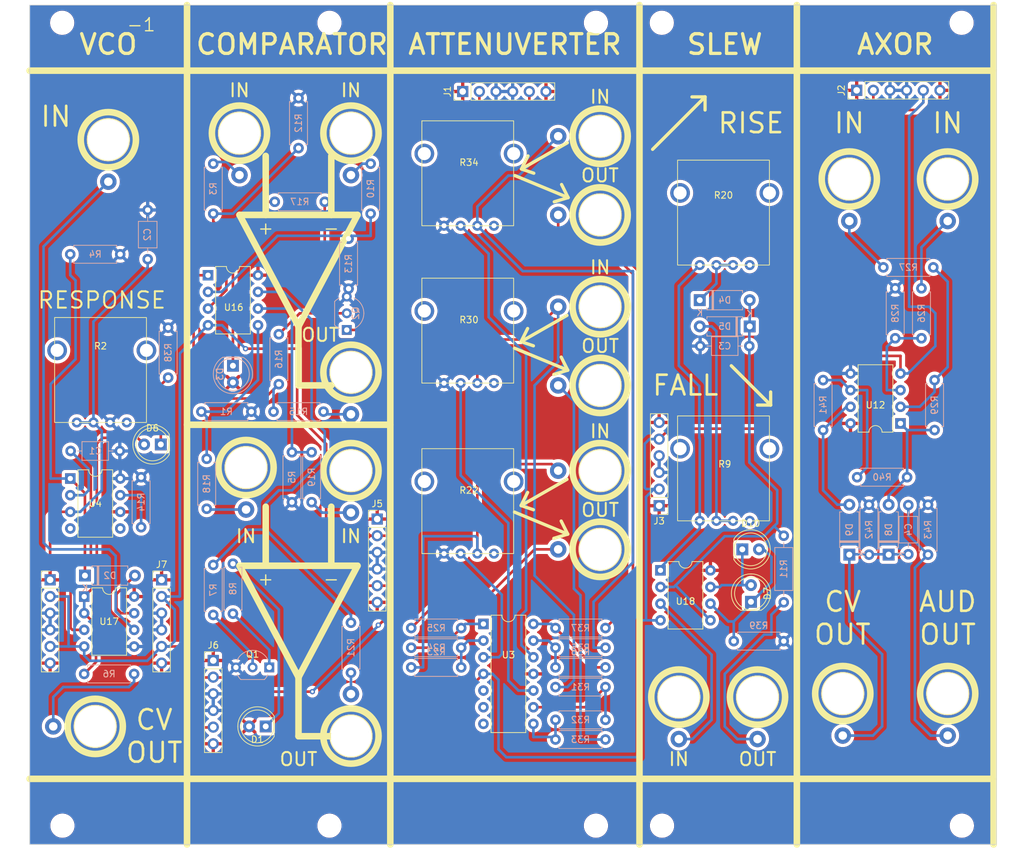
<source format=kicad_pcb>
(kicad_pcb (version 20221018) (generator pcbnew)
  (layers (0 "F.Cu" signal) (31 "B.Cu" signal) (34 "B.Paste" user) (35 "F.Paste" user) (36 "B.SilkS" user "B.Silkscreen") (37 "F.SilkS" user "F.Silkscreen") (38 "B.Mask" user) (39 "F.Mask" user) (44 "Edge.Cuts" user))
  (net 0 "")
  (net 1 "GND")
  (net 2 "Net-(C1-Pad1)")
  (net 3 "Net-(C2-Pad1)")
  (net 4 "Net-(C3-Pad1)")
  (net 5 "+12V")
  (net 6 "Net-(R6-Pad2)")
  (net 7 "Net-(D2-Pad2)")
  (net 8 "Net-(R6-Pad1)")
  (net 9 "Net-(C4-Pad1)")
  (net 10 "Net-(D3-Pad1)")
  (net 11 "Net-(D4-Pad1)")
  (net 12 "Net-(D1-Pad1)")
  (net 13 "Net-(R11-Pad1)")
  (net 14 "Net-(C4-Pad2)")
  (net 17 "Net-(Q2-Pad1)")
  (net 18 "-12V")
  (net 19 "Net-(R1-Pad2)")
  (net 20 "Net-(D2-Pad1)")
  (net 21 "Net-(Q1-Pad1)")
  (net 22 "Net-(Q1-Pad2)")
  (net 23 "Net-(Q2-Pad2)")
  (net 24 "Net-(R12-Pad2)")
  (net 25 "Net-(R3-Pad2)")
  (net 29 "Net-(D5-Pad2)")
  (net 33 "Net-(R10-Pad1)")
  (net 34 "Net-(R10-Pad2)")
  (net 35 "Net-(D7-Pad1)")
  (net 36 "Net-(R15-Pad1)")
  (net 37 "Net-(R15-Pad2)")
  (net 38 "Net-(D7-Pad2)")
  (net 39 "Net-(D8-Pad2)")
  (net 43 "Net-(D9-Pad2)")
  (net 44 "Net-(R21-Pad2)")
  (net 45 "Net-(R19-Pad1)")
  (net 46 "Net-(R20-Pad1)")
  (net 47 "Net-(R22-Pad3)")
  (net 51 "Net-(R14-Pad2)")
  (net 52 "Net-(R18-Pad2)")
  (net 53 "Net-(R25-Pad1)")
  (net 54 "Net-(R19-Pad2)")
  (net 55 "Net-(R30-Pad3)")
  (net 59 "Net-(R21-Pad1)")
  (net 60 "Net-(R22-Pad2)")
  (net 61 "Net-(R33-Pad1)")
  (net 62 "Net-(R23-Pad1)")
  (net 63 "Net-(R34-Pad3)")
  (net 67 "Net-(R24-Pad1)")
  (net 68 "Net-(R26-Pad1)")
  (net 69 "Net-(R37-Pad1)")
  (net 70 "Net-(D6-Pad1)")
  (net 71 "Net-(U17-Pad6)")
  (net 72 "Net-(R26-Pad2)")
  (net 73 "Net-(R27-Pad1)")
  (net 77 "Net-(R27-Pad2)")
  (net 78 "Net-(R30-Pad2)")
  (net 79 "Net-(R31-Pad1)")
  (net 80 "Net-(R32-Pad1)")
  (net 81 "Net-(R34-Pad2)")
  (net 82 "Net-(R35-Pad1)")
  (net 83 "Net-(R36-Pad1)")
  (net 84 "Net-(R40-Pad1)")
  (net 85 "Net-(U18-Pad3)")
  (footprint "Package_DIP:DIP-8_W7.62mm" (layer "F.Cu") (at 64.2 120.2)
    (fp_text reference "U17")
    (fp_text value "TL072")
  )
  (footprint "Library:aux_flush" (layer "F.Cu") (at 88.88 100.53035 90)
    (fp_text reference "U10" hide)
    (fp_text value "Aux_flush")
  )
  (footprint "Library:aux_flush" (layer "F.Cu") (at 142.88 50)
    (fp_text reference "U24" hide)
    (fp_text value "Aux_flush")
  )
  (footprint "MountingHole:MountingHole_3.2mm_M3" (layer "F.Cu") (at 101.6 155.14)
    (fp_text reference "REF**" hide)
    (fp_text value "MountingHole_3.2mm_M3")
  )
  (footprint "Library:aux_flush" (layer "F.Cu") (at 166.88 135.530351 90)
    (fp_text reference "U7" hide)
    (fp_text value "Aux_flush")
  )
  (footprint "MountingHole:MountingHole_3.2mm_M3" (layer "F.Cu") (at 60.84 32.7)
    (fp_text reference "REF**" hide)
    (fp_text value "MountingHole_3.2mm_M3")
  )
  (footprint "Package_DIP:DIP-8_W7.62mm" (layer "F.Cu") (at 152.08 116.2)
    (fp_text reference "U18")
    (fp_text value "TL072")
  )
  (footprint "Library:aux_flush" (layer "F.Cu") (at 180.88 56.530351 90)
    (fp_text reference "U20" hide)
    (fp_text value "Aux_flush")
  )
  (footprint "LED_THT:LED_D5.0mm" (layer "F.Cu") (at 164.559996 113)
    (fp_text reference "D10")
    (fp_text value "LED")
  )
  (footprint "pretties:AlpsPot" (layer "F.Cu") (at 63.07 93.649)
    (fp_text reference "R2")
    (fp_text value "AlpsPot")
  )
  (footprint "Library:aux_flush" (layer "F.Cu") (at 142.88 113)
    (fp_text reference "U19" hide)
    (fp_text value "Aux_flush")
  )
  (footprint "Library:aux_flush" (layer "F.Cu") (at 104.88 101 90)
    (fp_text reference "U1" hide)
    (fp_text value "Aux_flush")
  )
  (footprint "pretties:AlpsPot" (layer "F.Cu") (at 119.07 63.649)
    (fp_text reference "R34")
    (fp_text value "AlpsPot")
  )
  (footprint "MountingHole:MountingHole_3.2mm_M3" (layer "F.Cu") (at 198 32.7)
    (fp_text reference "REF**" hide)
    (fp_text value "MountingHole_3.2mm_M3")
  )
  (footprint "Connector_PinHeader_2.54mm:PinHeader_1x06_P2.54mm_Vertical" (layer "F.Cu") (at 121.92 43.18 90)
    (fp_text reference "J1")
    (fp_text value "Conn_01x06_Male")
  )
  (footprint "Library:aux_flush" (layer "F.Cu") (at 87.88 49.530351 90)
    (fp_text reference "U9" hide)
    (fp_text value "Aux_flush")
  )
  (footprint "Package_DIP:DIP-8_W7.62mm" (layer "F.Cu") (at 62.08 102.2)
    (fp_text reference "U4")
    (fp_text value "LM2907")
  )
  (footprint "Library:aux_flush" (layer "F.Cu") (at 67.88 50.53035 90)
    (fp_text reference "U2" hide)
    (fp_text value "Aux_flush")
  )
  (footprint "pretties:AlpsPot" (layer "F.Cu") (at 158.07 108.649)
    (fp_text reference "R9")
    (fp_text value "AlpsPot")
  )
  (footprint "MountingHole:MountingHole_3.2mm_M3" (layer "F.Cu") (at 101.6 32.7)
    (fp_text reference "REF**" hide)
    (fp_text value "MountingHole_3.2mm_M3")
  )
  (footprint "LED_THT:LED_D5.0mm" (layer "F.Cu") (at 91.88 140 180)
    (fp_text reference "D1")
    (fp_text value "LED")
  )
  (footprint "Connector_PinHeader_2.54mm:PinHeader_1x06_P2.54mm_Vertical" (layer "F.Cu") (at 151.88 106.35 180)
    (fp_text reference "J3")
    (fp_text value "Conn_01x06_Male")
  )
  (footprint "Library:aux_flush" (layer "F.Cu") (at 104.88 141.46965 -90)
    (fp_text reference "U11" hide)
    (fp_text value "Aux_flush")
  )
  (footprint "Package_DIP:DIP-8_W7.62mm" (layer "F.Cu") (at 83.08 71.2)
    (fp_text reference "U16")
    (fp_text value "TL072")
  )
  (footprint "Connector_PinHeader_2.54mm:PinHeader_1x06_P2.54mm_Vertical" (layer "F.Cu") (at 108.88 108.38)
    (fp_text reference "J5")
    (fp_text value "Conn_01x06_Male")
  )
  (footprint "Library:aux_flush" (layer "F.Cu") (at 142.88 88)
    (fp_text reference "U23" hide)
    (fp_text value "Aux_flush")
  )
  (footprint "Library:aux_flush" (layer "F.Cu") (at 142.88 101)
    (fp_text reference "U13" hide)
    (fp_text value "Aux_flush")
  )
  (footprint "Connector_PinHeader_2.54mm:PinHeader_1x06_P2.54mm_Vertical" (layer "F.Cu") (at 59 117.65)
    (fp_text reference "J4" hide)
    (fp_text value "Conn_01x06_Male")
  )
  (footprint "MountingHole:MountingHole_3.2mm_M3" (layer "F.Cu") (at 142.24 32.7)
    (fp_text reference "REF**" hide)
    (fp_text value "MountingHole_3.2mm_M3")
  )
  (footprint "Package_DIP:DIP-8_W7.62mm" (layer "F.Cu") (at 188.68 93.8 180)
    (fp_text reference "U12")
    (fp_text value "TL072")
  )
  (footprint "Connector_PinHeader_2.54mm:PinHeader_1x06_P2.54mm_Vertical" (layer "F.Cu") (at 76 117.65)
    (fp_text reference "J7")
    (fp_text value "Conn_01x06_Male")
  )
  (footprint "pretties:AlpsPot" (layer "F.Cu") (at 119.07 87.649)
    (fp_text reference "R30")
    (fp_text value "AlpsPot")
  )
  (footprint "pretties:AlpsPot" (layer "F.Cu") (at 158.07 69.649)
    (fp_text reference "R20")
    (fp_text value "AlpsPot")
  )
  (footprint "Library:aux_flush" (layer "F.Cu") (at 195.88 56.530351 90)
    (fp_text reference "U15" hide)
    (fp_text value "Aux_flush")
  )
  (footprint "Library:aux_flush" (layer "F.Cu") (at 179.88 135 90)
    (fp_text reference "U21" hide)
    (fp_text value "Aux_flush")
  )
  (footprint "Package_DIP:DIP-14_W7.62mm" (layer "F.Cu") (at 125.08 124.375)
    (fp_text reference "U3")
    (fp_text value "TL074")
  )
  (footprint "Library:aux_flush" (layer "F.Cu") (at 65.88 140)
    (fp_text reference "U5" hide)
    (fp_text value "Aux_flush")
  )
  (footprint "MountingHole:MountingHole_3.2mm_M3" (layer "F.Cu") (at 198.04 155.14)
    (fp_text reference "REF**" hide)
    (fp_text value "MountingHole_3.2mm_M3")
  )
  (footprint "MountingHole:MountingHole_3.2mm_M3" (layer "F.Cu") (at 142.24 155.14)
    (fp_text reference "REF**" hide)
    (fp_text value "MountingHole_3.2mm_M3")
  )
  (footprint "LED_THT:LED_D5.0mm" (layer "F.Cu") (at 165.88 121 90)
    (fp_text reference "D7")
    (fp_text value "LED")
  )
  (footprint "Library:aux_flush" (layer "F.Cu") (at 142.88 62)
    (fp_text reference "U25" hide)
    (fp_text value "Aux_flush")
  )
  (footprint "Library:aux_flush" (layer "F.Cu") (at 154.88 135.53035 90)
    (fp_text reference "U6" hide)
    (fp_text value "Aux_flush")
  )
  (footprint "pretties:AlpsPot" (layer "F.Cu") (at 119.07 113.649)
    (fp_text reference "R22")
    (fp_text value "AlpsPot")
  )
  (footprint "MountingHole:MountingHole_3.2mm_M3" (layer "F.Cu") (at 60.88 155.14)
    (fp_text reference "REF**" hide)
    (fp_text value "MountingHole_3.2mm_M3")
  )
  (footprint "MountingHole:MountingHole_3.2mm_M3" (layer "F.Cu") (at 152.32 155.14)
    (fp_text reference "REF**" hide)
    (fp_text value "MountingHole_3.2mm_M3")
  )
  (footprint "LED_THT:LED_D5.0mm" (layer "F.Cu") (at 75.88 97 180)
    (fp_text reference "D6")
    (fp_text value "LED")
  )
  (footprint "Connector_PinHeader_2.54mm:PinHeader_1x06_P2.54mm_Vertical" (layer "F.Cu") (at 83.88 129.95)
    (fp_text reference "J6")
    (fp_text value "Conn_01x06_Male")
  )
  (footprint "Connector_PinHeader_2.54mm:PinHeader_1x06_P2.54mm_Vertical" (layer "F.Cu") (at 182 43 90)
    (fp_text reference "J2")
    (fp_text value "Conn_01x06_Male")
  )
  (footprint "MountingHole:MountingHole_3.2mm_M3" (layer "F.Cu") (at 152.28 32.7)
    (fp_text reference "REF**" hide)
    (fp_text value "MountingHole_3.2mm_M3")
  )
  (footprint "Library:aux_flush" (layer "F.Cu") (at 142.88 76)
    (fp_text reference "U22" hide)
    (fp_text value "Aux_flush")
  )
  (footprint "Library:aux_flush" (layer "F.Cu") (at 104.88 49.530351 90)
    (fp_text reference "U8" hide)
    (fp_text value "Aux_flush")
  )
  (footprint "Library:aux_flush" (layer "F.Cu") (at 104.88 86 90)
    (fp_text reference "U14" hide)
    (fp_text value "Aux_flush")
  )
  (footprint "Library:aux_flush" (layer "F.Cu") (at 195.88 135 90)
    (fp_text reference "U26" hide)
    (fp_text value "Aux_flush")
  )
  (footprint "Resistor_THT:R_Axial_DIN0207_L6.3mm_D2.5mm_P7.62mm_Horizontal" (layer "B.Cu") (at 193.69 70 180)
    (fp_text reference "R27")
    (fp_text value "R")
  )
  (footprint "Resistor_THT:R_Axial_DIN0207_L6.3mm_D2.5mm_P7.62mm_Horizontal" (layer "B.Cu") (at 98.88 98.19 -90)
    (fp_text reference "R19")
    (fp_text value "R")
  )
  (footprint "Resistor_THT:R_Axial_DIN0207_L6.3mm_D2.5mm_P7.62mm_Horizontal" (layer "B.Cu") (at 182.07 102)
    (fp_text reference "R40")
    (fp_text value "R")
  )
  (footprint "Capacitor_THT:C_Axial_L3.8mm_D2.6mm_P7.50mm_Horizontal" (layer "B.Cu") (at 73.88 68.75 90)
    (fp_text reference "C2")
    (fp_text value "C")
  )
  (footprint "Resistor_THT:R_Axial_DIN0207_L6.3mm_D2.5mm_P7.62mm_Horizontal" (layer "B.Cu") (at 71.81 132 180)
    (fp_text reference "R6")
    (fp_text value "R")
  )
  (footprint "Resistor_THT:R_Axial_DIN0207_L6.3mm_D2.5mm_P7.62mm_Horizontal" (layer "B.Cu") (at 104.88 131.81 90)
    (fp_text reference "R21")
    (fp_text value "R")
  )
  (footprint "Resistor_THT:R_Axial_DIN0207_L6.3mm_D2.5mm_P7.62mm_Horizontal" (layer "B.Cu") (at 96.88 44.19 -90)
    (fp_text reference "R12")
    (fp_text value "R")
  )
  (footprint "Resistor_THT:R_Axial_DIN0207_L6.3mm_D2.5mm_P7.62mm_Horizontal" (layer "B.Cu") (at 121.69 131 180)
    (fp_text reference "R23")
    (fp_text value "R")
  )
  (footprint "Diode_THT:D_A-405_P7.62mm_Horizontal" (layer "B.Cu") (at 180.88 113.81 90)
    (fp_text reference "D9")
    (fp_text value "D")
  )
  (footprint "Resistor_THT:R_Axial_DIN0207_L6.3mm_D2.5mm_P7.62mm_Horizontal" (layer "B.Cu") (at 143.69 131 180)
    (fp_text reference "R36")
    (fp_text value "R")
  )
  (footprint "Resistor_THT:R_Axial_DIN0207_L6.3mm_D2.5mm_P7.62mm_Horizontal" (layer "B.Cu") (at 83.88 123 90)
    (fp_text reference "R7")
    (fp_text value "R")
  )
  (footprint "Capacitor_THT:C_Axial_L3.8mm_D2.6mm_P7.50mm_Horizontal" (layer "B.Cu") (at 165.63 82 180)
    (fp_text reference "C3")
    (fp_text value "C")
  )
  (footprint "Resistor_THT:R_Axial_DIN0207_L6.3mm_D2.5mm_P7.62mm_Horizontal" (layer "B.Cu") (at 95.88 105.81 90)
    (fp_text reference "R5")
    (fp_text value "R")
  )
  (footprint "Resistor_THT:R_Axial_DIN0207_L6.3mm_D2.5mm_P7.62mm_Horizontal" (layer "B.Cu") (at 176.88 94.81 90)
    (fp_text reference "R41")
    (fp_text value "R")
  )
  (footprint "Resistor_THT:R_Axial_DIN0207_L6.3mm_D2.5mm_P7.62mm_Horizontal" (layer "B.Cu") (at 100.88 60 180)
    (fp_text reference "R17")
    (fp_text value "R")
  )
  (footprint "Package_TO_SOT_THT:TO-92_Inline_Wide" (layer "B.Cu") (at 92.42 131 180)
    (fp_text reference "Q1")
    (fp_text value "BC547")
  )
  (footprint "Resistor_THT:R_Axial_DIN0207_L6.3mm_D2.5mm_P7.62mm_Horizontal" (layer "B.Cu") (at 193.88 94.81 90)
    (fp_text reference "R29")
    (fp_text value "R")
  )
  (footprint "Resistor_THT:R_Axial_DIN0207_L6.3mm_D2.5mm_P7.62mm_Horizontal" (layer "B.Cu") (at 143.69 142 180)
    (fp_text reference "R33")
    (fp_text value "R")
  )
  (footprint "Diode_THT:D_A-405_P7.62mm_Horizontal" (layer "B.Cu") (at 186.88 113.81 90)
    (fp_text reference "D8")
    (fp_text value "D")
  )
  (footprint "Resistor_THT:R_Axial_DIN0207_L6.3mm_D2.5mm_P7.62mm_Horizontal" (layer "B.Cu") (at 86.88 122.81 90)
    (fp_text reference "R8")
    (fp_text value "R")
  )
  (footprint "Resistor_THT:R_Axial_DIN0207_L6.3mm_D2.5mm_P7.62mm_Horizontal" (layer "B.Cu") (at 93.88 80.19 -90)
    (fp_text reference "R16")
    (fp_text value "R")
  )
  (footprint "Capacitor_THT:C_Axial_L3.8mm_D2.6mm_P7.50mm_Horizontal" (layer "B.Cu") (at 189.88 113.75 90)
    (fp_text reference "C4")
    (fp_text value "C")
  )
  (footprint "Resistor_THT:R_Axial_DIN0207_L6.3mm_D2.5mm_P7.62mm_Horizontal" (layer "B.Cu") (at 83.88 61.81 90)
    (fp_text reference "R3")
    (fp_text value "R")
  )
  (footprint "Resistor_THT:R_Axial_DIN0207_L6.3mm_D2.5mm_P7.62mm_Horizontal" (layer "B.Cu") (at 82.88 99.19 -90)
    (fp_text reference "R18")
    (fp_text value "R")
  )
  (footprint "Resistor_THT:R_Axial_DIN0207_L6.3mm_D2.5mm_P7.62mm_Horizontal" (layer "B.Cu") (at 107.88 61.81 90)
    (fp_text reference "R10")
    (fp_text value "R")
  )
  (footprint "Resistor_THT:R_Axial_DIN0207_L6.3mm_D2.5mm_P7.62mm_Horizontal" (layer "B.Cu") (at 187.88 73.19 -90)
    (fp_text reference "R28")
    (fp_text value "R")
  )
  (footprint "Resistor_THT:R_Axial_DIN0207_L6.3mm_D2.5mm_P7.62mm_Horizontal" (layer "B.Cu") (at 192.88 106.19 -90)
    (fp_text reference "R43")
    (fp_text value "R")
  )
  (footprint "Diode_THT:D_A-405_P7.62mm_Horizontal" (layer "B.Cu") (at 165.69 79 180)
    (fp_text reference "D5")
    (fp_text value "D")
  )
  (footprint "Resistor_THT:R_Axial_DIN0207_L6.3mm_D2.5mm_P7.62mm_Horizontal" (layer "B.Cu") (at 89.69 92 180)
    (fp_text reference "R1")
    (fp_text value "R")
  )
  (footprint "Diode_THT:D_A-405_P7.62mm_Horizontal" (layer "B.Cu") (at 158.07 75)
    (fp_text reference "D4")
    (fp_text value "D")
  )
  (footprint "Resistor_THT:R_Axial_DIN0207_L6.3mm_D2.5mm_P10.16mm_Horizontal" (layer "B.Cu") (at 170.88 121.08 90)
    (fp_text reference "R11")
    (fp_text value "R")
  )
  (footprint "Resistor_THT:R_Axial_DIN0207_L6.3mm_D2.5mm_P7.62mm_Horizontal" (layer "B.Cu") (at 72.88 102 -90)
    (fp_text reference "R14")
    (fp_text value "R")
  )
  (footprint "Resistor_THT:R_Axial_DIN0207_L6.3mm_D2.5mm_P7.62mm_Horizontal" (layer "B.Cu") (at 114.07 128)
    (fp_text reference "R24")
    (fp_text value "R")
  )
  (footprint "Resistor_THT:R_Axial_DIN0207_L6.3mm_D2.5mm_P7.62mm_Horizontal" (layer "B.Cu") (at 136.07 128)
    (fp_text reference "R35")
    (fp_text value "R")
  )
  (footprint "Resistor_THT:R_Axial_DIN0207_L6.3mm_D2.5mm_P7.62mm_Horizontal" (layer "B.Cu") (at 104.513367 73.245168 90)
    (fp_text reference "R13")
    (fp_text value "R")
  )
  (footprint "LED_THT:LED_D5.0mm" (layer "B.Cu") (at 86.88 85 -90)
    (fp_text reference "D3")
    (fp_text value "LED")
  )
  (footprint "Package_TO_SOT_THT:TO-92_Inline_Wide" (layer "B.Cu") (at 104.24 79.54 90)
    (fp_text reference "Q2")
    (fp_text value "BC547")
  )
  (footprint "Resistor_THT:R_Axial_DIN0207_L6.3mm_D2.5mm_P7.62mm_Horizontal" (layer "B.Cu") (at 170.88 127 180)
    (fp_text reference "R39")
    (fp_text value "R")
  )
  (footprint "Resistor_THT:R_Axial_DIN0207_L6.3mm_D2.5mm_P7.62mm_Horizontal" (layer "B.Cu") (at 114.07 125)
    (fp_text reference "R25")
    (fp_text value "R")
  )
  (footprint "Resistor_THT:R_Axial_DIN0207_L6.3mm_D2.5mm_P7.62mm_Horizontal" (layer "B.Cu") (at 183.88 106.19 -90)
    (fp_text reference "R42")
    (fp_text value "R")
  )
  (footprint "Resistor_THT:R_Axial_DIN0207_L6.3mm_D2.5mm_P7.62mm_Horizontal" (layer "B.Cu") (at 100.69 92 180)
    (fp_text reference "R15")
    (fp_text value "R")
  )
  (footprint "Resistor_THT:R_Axial_DIN0207_L6.3mm_D2.5mm_P7.62mm_Horizontal" (layer "B.Cu") (at 77 79.19 -90)
    (fp_text reference "R38")
    (fp_text value "R")
  )
  (footprint "Resistor_THT:R_Axial_DIN0207_L6.3mm_D2.5mm_P7.62mm_Horizontal" (layer "B.Cu") (at 69.69 68 180)
    (fp_text reference "R4")
    (fp_text value "R")
  )
  (footprint "Capacitor_THT:C_Axial_L3.8mm_D2.6mm_P7.50mm_Horizontal" (layer "B.Cu") (at 62.13 98)
    (fp_text reference "C1")
    (fp_text value "C")
  )
  (footprint "Resistor_THT:R_Axial_DIN0207_L6.3mm_D2.5mm_P7.62mm_Horizontal" (layer "B.Cu") (at 191.88 80.81 90)
    (fp_text reference "R26")
    (fp_text value "R")
  )
  (footprint "Resistor_THT:R_Axial_DIN0207_L6.3mm_D2.5mm_P7.62mm_Horizontal" (layer "B.Cu") (at 136.07 139)
    (fp_text reference "R32")
    (fp_text value "R")
  )
  (footprint "Diode_THT:D_A-405_P7.62mm_Horizontal" (layer "B.Cu") (at 64.31 117)
    (fp_text reference "D2")
    (fp_text value "D")
  )
  (footprint "Resistor_THT:R_Axial_DIN0207_L6.3mm_D2.5mm_P7.62mm_Horizontal" (layer "B.Cu") (at 143.69 134 180)
    (fp_text reference "R31")
    (fp_text value "R")
  )
  (footprint "Resistor_THT:R_Axial_DIN0207_L6.3mm_D2.5mm_P7.62mm_Horizontal" (layer "B.Cu") (at 143.69 125 180)
    (fp_text reference "R37")
    (fp_text value "R")
  )
  (gr_line (start 96.88 79) (end 87.88 62) (stroke (width 1)) (layer "F.SilkS"))
  (gr_line (start 130.82123 81.320694) (end 131.82123 79.320694) (stroke (width 0.5)) (layer "F.SilkS"))
  (gr_line (start 101.88 106.5) (end 101.88 115.5) (stroke (width 1)) (layer "F.SilkS"))
  (gr_line (start 136.938771 83.679306) (end 137.938771 85.679306) (stroke (width 0.5)) (layer "F.SilkS"))
  (gr_line (start 110.88 30) (end 110.88 158) (stroke (width 1)) (layer "F.SilkS"))
  (gr_line (start 158.88 44) (end 158.88 46) (stroke (width 0.5)) (layer "F.SilkS"))
  (gr_line (start 135.82123 86.320694) (end 137.938771 85.679306) (stroke (width 0.5)) (layer "F.SilkS"))
  (gr_line (start 96.88 141.5) (end 96.88 132.5) (stroke (width 1)) (layer "F.SilkS"))
  (gr_line (start 91.88 106.5) (end 91.88 115.5) (stroke (width 1)) (layer "F.SilkS"))
  (gr_line (start 79.88 94) (end 110.88 94) (stroke (width 1)) (layer "F.SilkS"))
  (gr_line (start 135.82123 111.320694) (end 137.938771 110.679306) (stroke (width 0.5)) (layer "F.SilkS"))
  (gr_line (start 105.88 62) (end 96.88 79) (stroke (width 1)) (layer "F.SilkS"))
  (gr_line (start 158.88 44) (end 156.88 44) (stroke (width 0.5)) (layer "F.SilkS"))
  (gr_line (start 130.82123 81.320694) (end 132.703689 81.962082) (stroke (width 0.5)) (layer "F.SilkS"))
  (gr_line (start 137.997541 59.358612) (end 129.88 56) (stroke (width 0.5)) (layer "F.SilkS"))
  (gr_line (start 101.88 88) (end 96.88 88) (stroke (width 1)) (layer "F.SilkS"))
  (gr_line (start 136.997541 57.358612) (end 137.997541 59.358612) (stroke (width 0.5)) (layer "F.SilkS"))
  (gr_line (start 202.88 30) (end 202.88 158) (stroke (width 1)) (layer "F.SilkS"))
  (gr_line (start 79.88 30) (end 79.88 158) (stroke (width 1)) (layer "F.SilkS"))
  (gr_line (start 91.88 53) (end 91.88 62) (stroke (width 1)) (layer "F.SilkS"))
  (gr_line (start 101.88 53) (end 101.88 62) (stroke (width 1)) (layer "F.SilkS"))
  (gr_line (start 136.938771 108.679306) (end 137.938771 110.679306) (stroke (width 0.5)) (layer "F.SilkS"))
  (gr_line (start 135.88 60) (end 137.997541 59.358612) (stroke (width 0.5)) (layer "F.SilkS"))
  (gr_line (start 162.88 85) (end 168.88 91) (stroke (width 0.5)) (layer "F.SilkS"))
  (gr_line (start 130.82123 106.320694) (end 132.703689 106.962082) (stroke (width 0.5)) (layer "F.SilkS"))
  (gr_line (start 137.938771 85.679306) (end 129.82123 82.320694) (stroke (width 0.5)) (layer "F.SilkS"))
  (gr_line (start 105.88 115.5) (end 96.88 132.5) (stroke (width 1)) (layer "F.SilkS"))
  (gr_line (start 137.82123 77.320694) (end 130.82123 81.320694) (stroke (width 0.5)) (layer "F.SilkS"))
  (gr_line (start 87.88 115.5) (end 105.88 115.5) (stroke (width 1)) (layer "F.SilkS"))
  (gr_line (start 168.88 91) (end 166.88 91) (stroke (width 0.5)) (layer "F.SilkS"))
  (gr_line (start 96.88 88) (end 96.88 79) (stroke (width 1)) (layer "F.SilkS"))
  (gr_line (start 87.88 62) (end 105.88 62) (stroke (width 1)) (layer "F.SilkS"))
  (gr_line (start 137.88 51) (end 130.88 55) (stroke (width 0.5)) (layer "F.SilkS"))
  (gr_line (start 172.88 30) (end 172.88 158) (stroke (width 1)) (layer "F.SilkS"))
  (gr_line (start 55.88 148) (end 202.88 148) (stroke (width 1)) (layer "F.SilkS"))
  (gr_line (start 130.88 55) (end 131.88 53) (stroke (width 0.5)) (layer "F.SilkS"))
  (gr_line (start 150.88 52) (end 158.88 44) (stroke (width 0.5)) (layer "F.SilkS"))
  (gr_line (start 101.88 141.5) (end 96.88 141.5) (stroke (width 1)) (layer "F.SilkS"))
  (gr_line (start 168.88 91) (end 168.88 89) (stroke (width 0.5)) (layer "F.SilkS"))
  (gr_line (start 137.82123 102.320694) (end 130.82123 106.320694) (stroke (width 0.5)) (layer "F.SilkS"))
  (gr_line (start 137.938771 110.679306) (end 129.82123 107.320694) (stroke (width 0.5)) (layer "F.SilkS"))
  (gr_line (start 130.82123 106.320694) (end 131.82123 104.320694) (stroke (width 0.5)) (layer "F.SilkS"))
  (gr_line (start 55.88 40) (end 202.88 40) (stroke (width 1)) (layer "F.SilkS"))
  (gr_line (start 130.88 55) (end 132.762459 55.641388) (stroke (width 0.5)) (layer "F.SilkS"))
  (gr_line (start 96.88 132.5) (end 87.88 115.5) (stroke (width 1)) (layer "F.SilkS"))
  (gr_line (start 148.88 30) (end 148.88 158) (stroke (width 1)) (layer "F.SilkS"))
  (gr_rect (start 55.88 30) (end 203.28 158) (stroke (width 0.1)) (fill none) (layer "Edge.Cuts"))
  (gr_text "RISE" (at 165.88 48) (layer "F.SilkS") (effects (font (size 3 3) (thickness 0.4))))
  (gr_text "OUT" (at 74.88 144) (layer "F.SilkS") (effects (font (size 3 3) (thickness 0.4))))
  (gr_text "ATTENUVERTER\n" (at 129.88 36) (layer "F.SilkS") (effects (font (size 3 3) (thickness 0.5))))
  (gr_text "-" (at 101.88 64) (layer "F.SilkS") (effects (font (size 2 2) (thickness 0.2))))
  (gr_text "COMPARATOR" (at 95.88 36) (layer "F.SilkS") (effects (font (size 3 3) (thickness 0.5))))
  (gr_text "OUT" (at 142.88 82) (layer "F.SilkS") (effects (font (size 2 2) (thickness 0.3))))
  (gr_text "OUT" (at 96.88 145) (layer "F.SilkS") (effects (font (size 2 2) (thickness 0.3))))
  (gr_text "IN" (at 88.88 111) (layer "F.SilkS") (effects (font (size 2 2) (thickness 0.3))))
  (gr_text "IN" (at 142.88 44) (layer "F.SilkS") (effects (font (size 2 2) (thickness 0.3))))
  (gr_text "AXOR" (at 187.88 36) (layer "F.SilkS") (effects (font (size 3 3) (thickness 0.5))))
  (gr_text "IN" (at 142.88 95) (layer "F.SilkS") (effects (font (size 2 2) (thickness 0.3))))
  (gr_text "OUT" (at 142.88 107) (layer "F.SilkS") (effects (font (size 2 2) (thickness 0.3))))
  (gr_text "AUD" (at 195.88 121) (layer "F.SilkS") (effects (font (size 3 3) (thickness 0.4))))
  (gr_text "OUT\n" (at 195.88 126) (layer "F.SilkS") (effects (font (size 3 3) (thickness 0.4))))
  (gr_text "IN" (at 195.88 48) (layer "F.SilkS") (effects (font (size 3 3) (thickness 0.4))))
  (gr_text "OUT\n" (at 179.822119 125.993571) (layer "F.SilkS") (effects (font (size 3 3) (thickness 0.4))))
  (gr_text "IN" (at 104.88 111) (layer "F.SilkS") (effects (font (size 2 2) (thickness 0.3))))
  (gr_text "RESPONSE" (at 66.88 75) (layer "F.SilkS") (effects (font (size 2.5 2.5) (thickness 0.3))))
  (gr_text "OUT" (at 100.2 80.3) (layer "F.SilkS") (effects (font (size 2 2) (thickness 0.3))))
  (gr_text "CV" (at 179.88 121) (layer "F.SilkS") (effects (font (size 3 3) (thickness 0.4))))
  (gr_text "IN\n" (at 59.88 47) (layer "F.SilkS") (effects (font (size 3 3) (thickness 0.4))))
  (gr_text "+\n" (at 91.88 64) (layer "F.SilkS") (effects (font (size 2 2) (thickness 0.2))))
  (gr_text "OUT" (at 142.841689 55.981221) (layer "F.SilkS") (effects (font (size 2 2) (thickness 0.3))))
  (gr_text "FALL\n" (at 155.88 88) (layer "F.SilkS") (effects (font (size 3 3) (thickness 0.4))))
  (gr_text "IN" (at 142.88 70) (layer "F.SilkS") (effects (font (size 2 2) (thickness 0.3))))
  (gr_text "-1" (at 72.88 33) (layer "F.SilkS") (effects (font (size 2 2) (thickness 0.2))))
  (gr_text "IN" (at 87.88 43) (layer "F.SilkS") (effects (font (size 2 2) (thickness 0.3))))
  (gr_text "-" (at 101.88 117.5) (layer "F.SilkS") (effects (font (size 2 2) (thickness 0.2))))
  (gr_text "OUT" (at 166.88 145) (layer "F.SilkS") (effects (font (size 2 2) (thickness 0.3))))
  (gr_text "VCO" (at 67.88 36) (layer "F.SilkS") (effects (font (size 3 3) (thickness 0.5))))
  (gr_text "IN" (at 180.88 48) (layer "F.SilkS") (effects (font (size 3 3) (thickness 0.4))))
  (gr_text "IN" (at 154.88 145) (layer "F.SilkS") (effects (font (size 2 2) (thickness 0.3))))
  (gr_text "IN" (at 104.88 43) (layer "F.SilkS") (effects (font (size 2 2) (thickness 0.3))))
  (gr_text "SLEW" (at 161.88 36) (layer "F.SilkS") (effects (font (size 3 3) (thickness 0.5))))
  (gr_text "CV" (at 74.88 139) (layer "F.SilkS") (effects (font (size 3 3) (thickness 0.4))))
  (gr_text "+\n" (at 91.88 117.5) (layer "F.SilkS") (effects (font (size 2 2) (thickness 0.2))))
  (segment (start 64.88 100.75) (end 62.13 98) (width 0.4) (layer "B.Cu") (net 2))
  (segment (start 64.88 104) (end 64.88 100.75) (width 0.4) (layer "B.Cu") (net 2))
  (segment (start 64.14 104.74) (end 64.88 104) (width 0.4) (layer "B.Cu") (net 2))
  (segment (start 62.08 104.74) (end 64.14 104.74) (width 0.4) (layer "B.Cu") (net 2))
  (segment (start 59.72 107.28) (end 59 108) (width 0.4) (layer "F.Cu") (net 3))
  (segment (start 59 113.88) (end 62.12 117) (width 0.4) (layer "F.Cu") (net 3))
  (segment (start 59 108) (end 59 113.88) (width 0.4) (layer "F.Cu") (net 3))
  (segment (start 62.4 125.28) (end 64.2 125.28) (width 0.4) (layer "F.Cu") (net 3))
  (segment (start 62.08 107.28) (end 59.72 107.28) (width 0.4) (layer "F.Cu") (net 3))
  (segment (start 62.12 117) (end 62.12 125) (width 0.4) (layer "F.Cu") (net 3))
  (segment (start 62.12 125) (end 62.4 125.28) (width 0.4) (layer "F.Cu") (net 3))
  (segment (start 73.88 70) (end 65.61 78.27) (width 0.4) (layer "B.Cu") (net 3))
  (segment (start 63.07 93.649) (end 65.61 93.649) (width 0.4) (layer "B.Cu") (net 3))
  (segment (start 66.88 94.919) (end 65.61 93.649) (width 0.4) (layer "B.Cu") (net 3))
  (segment (start 73.88 68.75) (end 73.88 70) (width 0.4) (layer "B.Cu") (net 3))
  (segment (start 63.6 107.28) (end 66.88 104) (width 0.4) (layer "B.Cu") (net 3))
  (segment (start 66.88 104) (end 66.88 94.919) (width 0.4) (layer "B.Cu") (net 3))
  (segment (start 62.08 107.28) (end 63.6 107.28) (width 0.4) (layer "B.Cu") (net 3))
  (segment (start 65.61 78.27) (end 65.61 93.649) (width 0.4) (layer "B.Cu") (net 3))
  (segment (start 167.88 111) (end 169.38 109.5) (width 0.4) (layer "B.Cu") (net 4))
  (segment (start 154.38 118.5) (end 161.88 111) (width 0.4) (layer "B.Cu") (net 4))
  (segment (start 161.88 111) (end 167.88 111) (width 0.4) (layer "B.Cu") (net 4))
  (segment (start 169.88 109) (end 169.38 109.5) (width 0.4) (layer "B.Cu") (net 4))
  (segment (start 165.69 75) (end 165.69 79) (width 0.4) (layer "B.Cu") (net 4))
  (segment (start 165.63 79.06) (end 165.69 79) (width 0.4) (layer "B.Cu") (net 4))
  (segment (start 165.63 82) (end 165.63 99.75) (width 0.4) (layer "B.Cu") (net 4))
  (segment (start 154.14 118.74) (end 152.08 118.74) (width 0.4) (layer "B.Cu") (net 4))
  (segment (start 170.88 110.92) (end 169.46 109.5) (width 0.4) (layer "B.Cu") (net 4))
  (segment (start 165.63 82) (end 165.63 79.06) (width 0.4) (layer "B.Cu") (net 4))
  (segment (start 165.63 99.75) (end 169.88 104) (width 0.4) (layer "B.Cu") (net 4))
  (segment (start 169.88 104) (end 169.88 109) (width 0.4) (layer "B.Cu") (net 4))
  (segment (start 154.38 118.5) (end 154.14 118.74) (width 0.4) (layer "B.Cu") (net 4))
  (segment (start 159.7 123.82) (end 154.38 118.5) (width 0.4) (layer "B.Cu") (net 4))
  (segment (start 169.46 109.5) (end 169.38 109.5) (width 0.4) (layer "B.Cu") (net 4))
  (segment (start 66.12 118.28) (end 66.12 96.88) (width 0.4) (layer "F.Cu") (net 6))
  (segment (start 64.19 132) (end 66 130.19) (width 0.4) (layer "F.Cu") (net 6))
  (segment (start 66.12 96.88) (end 67 96) (width 0.4) (layer "F.Cu") (net 6))
  (segment (start 66 130.19) (end 66 128) (width 0.4) (layer "F.Cu") (net 6))
  (segment (start 66 128) (end 66 124.54) (width 0.4) (layer "F.Cu") (net 6))
  (segment (start 72.34 96) (end 67 96) (width 0.4) (layer "F.Cu") (net 6))
  (segment (start 64.2 120.2) (end 66.12 118.28) (width 0.4) (layer "F.Cu") (net 6))
  (segment (start 73.34 97) (end 72.34 96) (width 0.4) (layer "F.Cu") (net 6))
  (segment (start 66 124.54) (end 64.2 122.74) (width 0.4) (layer "F.Cu") (net 6))
  (segment (start 64.2 120.2) (end 64.2 122.74) (width 0.4) (layer "B.Cu") (net 6))
  (segment (start 69.12 122) (end 69.12 119.81) (width 0.4) (layer "F.Cu") (net 7))
  (segment (start 69.86 122.74) (end 69.12 122) (width 0.4) (layer "F.Cu") (net 7))
  (segment (start 71.82 122.74) (end 69.86 122.74) (width 0.4) (layer "F.Cu") (net 7))
  (segment (start 69.12 119.81) (end 71.93 117) (width 0.4) (layer "F.Cu") (net 7))
  (segment (start 71.81 133.19) (end 71.81 132) (width 0.4) (layer "B.Cu") (net 8))
  (segment (start 71 134) (end 71.81 133.19) (width 0.4) (layer "B.Cu") (net 8))
  (segment (start 59.48 135.52) (end 61 134) (width 0.4) (layer "B.Cu") (net 8))
  (segment (start 59.48 140) (end 59.48 135.52) (width 0.4) (layer "B.Cu") (net 8))
  (segment (start 61 134) (end 71 134) (width 0.4) (layer "B.Cu") (net 8))
  (segment (start 184.48 141.4) (end 179.88 141.4) (width 0.4) (layer "B.Cu") (net 9))
  (segment (start 185.88 140) (end 184.48 141.4) (width 0.4) (layer "B.Cu") (net 9))
  (segment (start 180.88 113.81) (end 180.88 124) (width 0.4) (layer "B.Cu") (net 9))
  (segment (start 180.88 124) (end 185.88 129) (width 0.4) (layer "B.Cu") (net 9))
  (segment (start 189.88 113.75) (end 180.94 113.75) (width 0.4) (layer "B.Cu") (net 9))
  (segment (start 185.88 129) (end 185.88 140) (width 0.4) (layer "B.Cu") (net 9))
  (segment (start 180.94 113.75) (end 180.88 113.81) (width 0.4) (layer "B.Cu") (net 9))
  (segment (start 86.88 85) (end 86.88 65) (width 0.4) (layer "F.Cu") (net 10))
  (segment (start 93.26 60) (end 91.88 60) (width 0.4) (layer "F.Cu") (net 10))
  (segment (start 91.88 60) (end 86.88 65) (width 0.4) (layer "F.Cu") (net 10))
  (segment (start 160.61 69.649) (end 160.61 72.46) (width 0.4) (layer "B.Cu") (net 11))
  (segment (start 160.61 72.46) (end 158.07 75) (width 0.4) (layer "B.Cu") (net 11))
  (segment (start 160.61 69.649) (end 163.15 69.649) (width 0.4) (layer "B.Cu") (net 11))
  (segment (start 86.88 115.19) (end 93.88 122.19) (width 0.4) (layer "B.Cu") (net 12))
  (segment (start 93.88 138) (end 91.88 140) (width 0.4) (layer "B.Cu") (net 12))
  (segment (start 93.88 122.19) (end 93.88 138) (width 0.4) (layer "B.Cu") (net 12))
  (segment (start 163.810351 141.930351) (end 166.88 141.930351) (width 0.4) (layer "B.Cu") (net 13))
  (segment (start 161.88 140) (end 163.810351 141.930351) (width 0.4) (layer "B.Cu") (net 13))
  (segment (start 161.88 132) (end 161.88 140) (width 0.4) (layer "B.Cu") (net 13))
  (segment (start 169 122.96) (end 169 126) (width 0.4) (layer "B.Cu") (net 13))
  (segment (start 167.88 126) (end 161.88 132) (width 0.4) (layer "B.Cu") (net 13))
  (segment (start 170.88 121.08) (end 169 122.96) (width 0.4) (layer "B.Cu") (net 13))
  (segment (start 169 126) (end 167.88 126) (width 0.4) (layer "B.Cu") (net 13))
  (segment (start 195.88 141.4) (end 193.28 141.4) (width 0.4) (layer "B.Cu") (net 14))
  (segment (start 190.88 139) (end 190.88 115.81) (width 0.4) (layer "B.Cu") (net 14))
  (segment (start 190.88 115.81) (end 192.88 113.81) (width 0.4) (layer "B.Cu") (net 14))
  (segment (start 189.88 106.25) (end 189.88 110.81) (width 0.4) (layer "B.Cu") (net 14))
  (segment (start 189.88 110.81) (end 192.88 113.81) (width 0.4) (layer "B.Cu") (net 14))
  (segment (start 193.28 141.4) (end 190.88 139) (width 0.4) (layer "B.Cu") (net 14))
  (segment (start 107.88 70) (end 107.88 79) (width 0.4) (layer "F.Cu") (net 17))
  (segment (start 100.88 70) (end 107.88 70) (width 0.4) (layer "F.Cu") (net 17))
  (segment (start 100.88 60) (end 100.88 70) (width 0.4) (layer "F.Cu") (net 17))
  (segment (start 107.34 79.54) (end 104.24 79.54) (width 0.4) (layer "F.Cu") (net 17))
  (segment (start 107.88 79) (end 107.34 79.54) (width 0.4) (layer "F.Cu") (net 17))
  (segment (start 83.88 140.16) (end 81.54 140.16) (width 0.4) (layer "F.Cu") (net 18))
  (segment (start 125.08 131.995) (end 122.175 134.9) (width 0.4) (layer "F.Cu") (net 18))
  (segment (start 112.201788 118.54) (end 112.22437 118.517418) (width 0.4) (layer "F.Cu") (net 18))
  (segment (start 153.47 94.6) (end 151.88 96.19) (width 0.4) (layer "F.Cu") (net 18))
  (segment (start 109.05 124.63) (end 109.05 124.55) (width 0.4) (layer "F.Cu") (net 18))
  (segment (start 124.46 45.72) (end 124.46 43.18) (width 0.4) (layer "F.Cu") (net 18))
  (segment (start 105.85 117.6) (end 105.85 112.9) (width 0.4) (layer "F.Cu") (net 18))
  (segment (start 184.54 45.54) (end 185 46) (width 0.4) (layer "F.Cu") (net 18))
  (segment (start 124.46 45.72) (end 132.08 45.72) (width 0.4) (layer "F.Cu") (net 18))
  (segment (start 108.88 118.54) (end 112.201788 118.54) (width 0.4) (layer "F.Cu") (net 18))
  (segment (start 112.22437 123.99563) (end 112.22437 118.517418) (width 0.4) (layer "F.Cu") (net 18))
  (segment (start 112.446002 134.9) (end 112.22437 134.678368) (width 0.4) (layer "F.Cu") (net 18))
  (segment (start 105.85 112.9) (end 107.83 110.92) (width 0.4) (layer "F.Cu") (net 18))
  (segment (start 107.46 110.55) (end 101.1 110.55) (width 0.4) (layer "F.Cu") (net 18))
  (segment (start 101.1 110.55) (end 101.1 96.95) (width 0.4) (layer "F.Cu") (net 18))
  (segment (start 87.38 134.7) (end 98.98 134.7) (width 0.4) (layer "F.Cu") (net 18))
  (segment (start 107.83 110.92) (end 107.46 110.55) (width 0.4) (layer "F.Cu") (net 18))
  (segment (start 170.98 94.6) (end 153.47 94.6) (width 0.4) (layer "F.Cu") (net 18))
  (segment (start 192.16 44.84) (end 192.16 43) (width 0.4) (layer "F.Cu") (net 18))
  (segment (start 132.08 45.72) (end 132.08 43.18) (width 0.4) (layer "F.Cu") (net 18))
  (segment (start 81.34 132.54) (end 85.22 132.54) (width 0.4) (layer "F.Cu") (net 18))
  (segment (start 112.22437 111.378368) (end 112.22437 118.517418) (width 0.4) (layer "F.Cu") (net 18))
  (segment (start 111.766002 110.92) (end 112.22437 111.378368) (width 0.4) (layer "F.Cu") (net 18))
  (segment (start 114.3 73.66) (end 114.3 60.96) (width 0.4) (layer "F.Cu") (net 18))
  (segment (start 106.79 118.54) (end 105.85 117.6) (width 0.4) (layer "F.Cu") (net 18))
  (segment (start 122.175 134.9) (end 112.446002 134.9) (width 0.4) (layer "F.Cu") (net 18))
  (segment (start 101.1 96.95) (end 96.675 92.525) (width 0.4) (layer "F.Cu") (net 18))
  (segment (start 112.22437 75.73563) (end 114.3 73.66) (width 0.4) (layer "F.Cu") (net 18))
  (segment (start 124.46 50.8) (end 124.46 45.72) (width 0.4) (layer "F.Cu") (net 18))
  (segment (start 112.22 124) (end 112.22437 123.99563) (width 0.4) (layer "F.Cu") (net 18))
  (segment (start 81 129) (end 79.81 127.81) (width 0.4) (layer "F.Cu") (net 18))
  (segment (start 81.34 132.54) (end 81 132.2) (width 0.4) (layer "F.Cu") (net 18))
  (segment (start 184.54 43) (end 184.54 45.54) (width 0.4) (layer "F.Cu") (net 18))
  (segment (start 98.98 134.7) (end 98.98 134.7) (width 0.4) (layer "F.Cu") (net 18))
  (segment (start 81 132.2) (end 81 129) (width 0.4) (layer "F.Cu") (net 18))
  (segment (start 114.3 60.96) (end 124.46 50.8) (width 0.4) (layer "F.Cu") (net 18))
  (segment (start 96.675 82.4) (end 88.8 82.4) (width 0.4) (layer "F.Cu") (net 18))
  (segment (start 108.88 110.92) (end 111.766002 110.92) (width 0.4) (layer "F.Cu") (net 18))
  (segment (start 170.98 83.5) (end 170.98 94.6) (width 0.4) (layer "F.Cu") (net 18))
  (segment (start 81.54 140.16) (end 81.34 139.96) (width 0.4) (layer "F.Cu") (net 18))
  (segment (start 109.05 124.55) (end 109.13 124.55) (width 0.4) (layer "F.Cu") (net 18))
  (segment (start 185 46) (end 191 46) (width 0.4) (layer "F.Cu") (net 18))
  (segment (start 81.34 139.96) (end 81.34 132.54) (width 0.4) (layer "F.Cu") (net 18))
  (segment (start 188.68 86.18) (end 188.68 83.5) (width 0.4) (layer "F.Cu") (net 18))
  (segment (start 109.68 124) (end 112.22 124) (width 0.4) (layer "F.Cu") (net 18))
  (segment (start 99 134.7) (end 99 134.68) (width 0.4) (layer "F.Cu") (net 18))
  (segment (start 85.22 132.54) (end 87.38 134.7) (width 0.4) (layer "F.Cu") (net 18))
  (segment (start 107.83 110.92) (end 108.88 110.92) (width 0.4) (layer "F.Cu") (net 18))
  (segment (start 96.675 92.525) (end 96.675 82.4) (width 0.4) (layer "F.Cu") (net 18))
  (segment (start 188.68 83.5) (end 170.98 83.5) (width 0.4) (layer "F.Cu") (net 18))
  (segment (start 109.13 124.55) (end 109.68 124) (width 0.4) (layer "F.Cu") (net 18))
  (segment (start 191 46) (end 192.16 44.84) (width 0.4) (layer "F.Cu") (net 18))
  (segment (start 108.88 118.54) (end 106.79 118.54) (width 0.4) (layer "F.Cu") (net 18))
  (segment (start 98.98 134.7) (end 99 134.7) (width 0.4) (layer "F.Cu") (net 18))
  (segment (start 112.22437 134.678368) (end 112.22437 123.99563) (width 0.4) (layer "F.Cu") (net 18))
  (segment (start 79.81 127.81) (end 76 127.81) (width 0.4) (layer "F.Cu") (net 18))
  (segment (start 112.22437 111.378368) (end 112.22437 75.73563) (width 0.4) (layer "F.Cu") (net 18))
  (via (at 109.05 124.55) (size 0.8) (drill 0.4) (layers "F.Cu" "B.Cu") (net 18))
  (via (at 99 134.7) (size 0.8) (drill 0.4) (layers "F.Cu" "B.Cu") (net 18))
  (via (at 88.8 82.4) (size 0.8) (drill 0.4) (layers "F.Cu" "B.Cu") (net 18))
  (segment (start 150.39 96.19) (end 151.88 96.19) (width 0.4) (layer "B.Cu") (net 18))
  (segment (start 77.19 127.81) (end 78 127) (width 0.4) (layer "B.Cu") (net 18))
  (segment (start 78 122.19) (end 76 120.19) (width 0.4) (layer "B.Cu") (net 18))
  (segment (start 64.2 129.2) (end 65 130) (width 0.4) (layer "B.Cu") (net 18))
  (segment (start 149.68 96.9) (end 150.39 96.19) (width 0.4) (layer "B.Cu") (net 18))
  (segment (start 149.88 123.8) (end 149.88 105) (width 0.4) (layer "B.Cu") (net 18))
  (segment (start 99 134.68) (end 109.05 124.63) (width 0.4) (layer "B.Cu") (net 18))
  (segment (start 151.07 103.81) (end 151.88 103.81) (width 0.4) (layer "B.Cu") (net 18))
  (segment (start 128.58 144.7) (end 127.38 143.5) (width 0.4) (layer "B.Cu") (net 18))
  (segment (start 126.475 131.995) (end 125.08 131.995) (width 0.4) (layer "B.Cu") (net 18))
  (segment (start 152.08 123.82) (end 149.06 123.82) (width 0.4) (layer "B.Cu") (net 18))
  (segment (start 78.75 120.19) (end 76 120.19) (width 0.4) (layer "B.Cu") (net 18))
  (segment (start 189.82 86.18) (end 194 82) (width 0.4) (layer "B.Cu") (net 18))
  (segment (start 73.81 130) (end 76 127.81) (width 0.4) (layer "B.Cu") (net 18))
  (segment (start 190 76) (end 190 47) (width 0.4) (layer "B.Cu") (net 18))
  (segment (start 64.2 127.82) (end 64.2 129.2) (width 0.4) (layer "B.Cu") (net 18))
  (segment (start 85.22 78.82) (end 83.08 78.82) (width 0.4) (layer "B.Cu") (net 18))
  (segment (start 194 77) (end 193 76) (width 0.4) (layer "B.Cu") (net 18))
  (segment (start 149.88 105) (end 151.07 103.81) (width 0.4) (layer "B.Cu") (net 18))
  (segment (start 151.88 103.81) (end 149.89 103.81) (width 0.4) (layer "B.Cu") (net 18))
  (segment (start 88.8 82.4) (end 85.22 78.82) (width 0.4) (layer "B.Cu") (net 18))
  (segment (start 152.08 123.82) (end 150.7 123.82) (width 0.4) (layer "B.Cu") (net 18))
  (segment (start 59 127.81) (end 61.81 127.81) (width 0.4) (layer "B.Cu") (net 18))
  (segment (start 193 76) (end 190 76) (width 0.4) (layer "B.Cu") (net 18))
  (segment (start 61.81 127.81) (end 64.19 127.81) (width 0.4) (layer "B.Cu") (net 18))
  (segment (start 59 120.19) (end 61.81 120.19) (width 0.4) (layer "B.Cu") (net 18))
  (segment (start 65 130) (end 73.81 130) (width 0.4) (layer "B.Cu") (net 18))
  (segment (start 149.06 123.82) (end 148.98 123.9) (width 0.4) (layer "B.Cu") (net 18))
  (segment (start 127.38 132.9) (end 126.475 131.995) (width 0.4) (layer "B.Cu") (net 18))
  (segment (start 148.98 123.9) (end 148.98 144.7) (width 0.4) (layer "B.Cu") (net 18))
  (segment (start 78 127) (end 78 122.19) (width 0.4) (layer "B.Cu") (net 18))
  (segment (start 76 127.81) (end 77.19 127.81) (width 0.4) (layer "B.Cu") (net 18))
  (segment (start 148.98 144.7) (end 128.58 144.7) (width 0.4) (layer "B.Cu") (net 18))
  (segment (start 64.19 127.81) (end 64.2 127.82) (width 0.4) (layer "B.Cu") (net 18))
  (segment (start 190 47) (end 192.16 44.84) (width 0.4) (layer "B.Cu") (net 18))
  (segment (start 78.78 83.12) (end 78.78 120.16) (width 0.4) (layer "B.Cu") (net 18))
  (segment (start 61.81 120.19) (end 61.81 127.81) (width 0.4) (layer "B.Cu") (net 18))
  (segment (start 127.38 143.5) (end 127.38 132.9) (width 0.4) (layer "B.Cu") (net 18))
  (segment (start 192.16 44.84) (end 192.16 43) (width 0.4) (layer "B.Cu") (net 18))
  (segment (start 194 82) (end 194 77) (width 0.4) (layer "B.Cu") (net 18))
  (segment (start 149.68 103.6) (end 149.68 96.9) (width 0.4) (layer "B.Cu") (net 18))
  (segment (start 83.08 78.82) (end 78.78 83.12) (width 0.4) (layer "B.Cu") (net 18))
  (segment (start 149.89 103.81) (end 149.68 103.6) (width 0.4) (layer "B.Cu") (net 18))
  (segment (start 188.68 86.18) (end 189.82 86.18) (width 0.4) (layer "B.Cu") (net 18))
  (segment (start 78.78 120.16) (end 78.75 120.19) (width 0.4) (layer "B.Cu") (net 18))
  (segment (start 82.88 92.81) (end 82.07 92) (width 0.4) (layer "B.Cu") (net 19))
  (segment (start 82.07 92) (end 85.88 92) (width 0.4) (layer "B.Cu") (net 19))
  (segment (start 90.7 87.18) (end 90.7 78.82) (width 0.4) (layer "B.Cu") (net 19))
  (segment (start 85.88 92) (end 90.7 87.18) (width 0.4) (layer "B.Cu") (net 19))
  (segment (start 82.88 99.19) (end 82.88 92.81) (width 0.4) (layer "B.Cu") (net 19))
  (segment (start 64.31 104.43) (end 62.08 102.2) (width 0.4) (layer "F.Cu") (net 20))
  (segment (start 64.31 117) (end 64.31 104.43) (width 0.4) (layer "F.Cu") (net 20))
  (segment (start 62.08 102.2) (end 59.08 102.2) (width 0.4) (layer "B.Cu") (net 20))
  (segment (start 62.88 84) (end 62.88 72) (width 0.4) (layer "B.Cu") (net 20))
  (segment (start 59.08 102.2) (end 59.08 87.8) (width 0.4) (layer "B.Cu") (net 20))
  (segment (start 62.88 72) (end 62.07 71.19) (width 0.4) (layer "B.Cu") (net 20))
  (segment (start 62.07 71.19) (end 62.07 68) (width 0.4) (layer "B.Cu") (net 20))
  (segment (start 59.08 87.8) (end 62.88 84) (width 0.4) (layer "B.Cu") (net 20))
  (segment (start 86.88 122.81) (end 92.42 128.35) (width 0.4) (layer "B.Cu") (net 21))
  (segment (start 92.42 128.35) (end 92.42 131) (width 0.4) (layer "B.Cu") (net 21))
  (segment (start 89.88 129) (end 83.88 123) (width 0.4) (layer "B.Cu") (net 22))
  (segment (start 89.88 131) (end 89.88 129) (width 0.4) (layer "B.Cu") (net 22))
  (segment (start 97.07 77) (end 93.88 80.19) (width 0.4) (layer "F.Cu") (net 23))
  (segment (start 104.24 77) (end 97.07 77) (width 0.4) (layer "F.Cu") (net 23))
  (segment (start 83.88 63) (end 85.88 65) (width 0.4) (layer "F.Cu") (net 24))
  (segment (start 83.88 61.81) (end 83.88 63) (width 0.4) (layer "F.Cu") (net 24))
  (segment (start 85.88 73.48) (end 83.08 76.28) (width 0.4) (layer "F.Cu") (net 24))
  (segment (start 85.88 65) (end 85.88 73.48) (width 0.4) (layer "F.Cu") (net 24))
  (segment (start 86.88 61.81) (end 96.88 51.81) (width 0.4) (layer "B.Cu") (net 24))
  (segment (start 83.88 61.81) (end 86.88 61.81) (width 0.4) (layer "B.Cu") (net 24))
  (segment (start 85.88 53.930351) (end 84.139649 53.930351) (width 0.4) (layer "B.Cu") (net 25))
  (segment (start 87.88 55.930351) (end 85.88 53.930351) (width 0.4) (layer "B.Cu") (net 25))
  (segment (start 84.139649 53.930351) (end 83.88 54.19) (width 0.4) (layer "B.Cu") (net 25))
  (segment (start 159.88 79) (end 160.61 79.73) (width 0.4) (layer "B.Cu") (net 29))
  (segment (start 163.15 108.649) (end 160.61 108.649) (width 0.4) (layer "B.Cu") (net 29))
  (segment (start 158.07 79) (end 159.88 79) (width 0.4) (layer "B.Cu") (net 29))
  (segment (start 160.61 108.649) (end 160.61 79.73) (width 0.4) (layer "B.Cu") (net 29))
  (segment (start 83.08 73.74) (end 85.14 73.74) (width 0.4) (layer "B.Cu") (net 33))
  (segment (start 107.88 61.81) (end 107.88 65.19) (width 0.4) (layer "B.Cu") (net 33))
  (segment (start 93.69 65.19) (end 104.69 65.19) (width 0.4) (layer "B.Cu") (net 33))
  (segment (start 104.69 65.19) (end 107.88 65.19) (width 0.4) (layer "B.Cu") (net 33))
  (segment (start 104.513367 65.625168) (end 104.513367 65.366633) (width 0.4) (layer "B.Cu") (net 33))
  (segment (start 104.513367 65.366633) (end 104.69 65.19) (width 0.4) (layer "B.Cu") (net 33))
  (segment (start 85.14 73.74) (end 93.69 65.19) (width 0.4) (layer "B.Cu") (net 33))
  (segment (start 106.620351 54.19) (end 107.88 54.19) (width 0.4) (layer "B.Cu") (net 34))
  (segment (start 104.88 55.930351) (end 106.620351 54.19) (width 0.4) (layer "B.Cu") (net 34))
  (segment (start 165.88 121.38) (end 163.26 124) (width 0.4) (layer "B.Cu") (net 35))
  (segment (start 162.42 124) (end 163.26 124) (width 0.4) (layer "B.Cu") (net 35))
  (segment (start 166 121) (end 165.88 121) (width 0.4) (layer "B.Cu") (net 35))
  (segment (start 159.7 121.28) (end 162.42 124) (width 0.4) (layer "B.Cu") (net 35))
  (segment (start 169 118) (end 169 114.172002) (width 0.4) (layer "B.Cu") (net 35))
  (segment (start 169 118) (end 166 121) (width 0.4) (layer "B.Cu") (net 35))
  (segment (start 169 114.172002) (end 167.099996 112.271998) (width 0.4) (layer "B.Cu") (net 35))
  (segment (start 163.26 124) (end 163.26 127) (width 0.4) (layer "B.Cu") (net 35))
  (segment (start 104.88 92.4) (end 101.09 92.4) (width 0.4) (layer "B.Cu") (net 36))
  (segment (start 101.09 92.4) (end 100.69 92) (width 0.4) (layer "B.Cu") (net 36))
  (segment (start 83.08 71.2) (end 80.88 71.2) (width 0.4) (layer "F.Cu") (net 37))
  (segment (start 80.88 71.2) (end 80.88 87) (width 0.4) (layer "F.Cu") (net 37))
  (segment (start 83.88 90) (end 91.69 90) (width 0.4) (layer "F.Cu") (net 37))
  (segment (start 80.88 87) (end 83.88 90) (width 0.4) (layer "F.Cu") (net 37))
  (segment (start 91.69 90) (end 93.88 87.81) (width 0.4) (layer "F.Cu") (net 37))
  (segment (start 93.07 88.62) (end 93.88 87.81) (width 0.4) (layer "B.Cu") (net 37))
  (segment (start 93.07 92) (end 93.07 88.62) (width 0.4) (layer "B.Cu") (net 37))
  (segment (start 164.46 118.46) (end 165.88 118.46) (width 0.4) (layer "B.Cu") (net 38))
  (segment (start 159.7 118.74) (end 161.14 118.74) (width 0.4) (layer "B.Cu") (net 38))
  (segment (start 161.14 118.74) (end 161.42 118.46) (width 0.4) (layer "B.Cu") (net 38))
  (segment (start 164.559996 118.360004) (end 164.46 118.46) (width 0.4) (layer "B.Cu") (net 38))
  (segment (start 164.559996 112.271998) (end 164.559996 118.360004) (width 0.4) (layer "B.Cu") (net 38))
  (segment (start 161.42 118.46) (end 164.46 118.46) (width 0.4) (layer "B.Cu") (net 38))
  (segment (start 189.69 94.81) (end 188.68 93.8) (width 0.4) (layer "B.Cu") (net 39))
  (segment (start 189.69 102) (end 189.69 94.81) (width 0.4) (layer "B.Cu") (net 39))
  (segment (start 193.88 94.81) (end 189.69 94.81) (width 0.4) (layer "B.Cu") (net 39))
  (segment (start 186.88 104.81) (end 189.69 102) (width 0.4) (layer "B.Cu") (net 39))
  (segment (start 186.88 106.19) (end 186.88 104.81) (width 0.4) (layer "B.Cu") (net 39))
  (segment (start 179.07 106.19) (end 176.88 104) (width 0.4) (layer "B.Cu") (net 43))
  (segment (start 176.88 104) (end 176.88 94.81) (width 0.4) (layer "B.Cu") (net 43))
  (segment (start 176.88 94.81) (end 180.43 91.26) (width 0.4) (layer "B.Cu") (net 43))
  (segment (start 180.43 91.26) (end 181.06 91.26) (width 0.4) (layer "B.Cu") (net 43))
  (segment (start 180.88 106.19) (end 179.07 106.19) (width 0.4) (layer "B.Cu") (net 43))
  (segment (start 100.88 99) (end 95.88 104) (width 0.4) (layer "B.Cu") (net 44))
  (segment (start 91.88 110) (end 89.26 110) (width 0.4) (layer "B.Cu") (net 44))
  (segment (start 98.88 78) (end 98.88 93) (width 0.4) (layer "B.Cu") (net 44))
  (segment (start 104.88 124.19) (end 104.88 123) (width 0.4) (layer "B.Cu") (net 44))
  (segment (start 104.88 123) (end 91.88 110) (width 0.4) (layer "B.Cu") (net 44))
  (segment (start 95.88 104) (end 93.88 104) (width 0.4) (layer "B.Cu") (net 44))
  (segment (start 89.26 110) (end 83.88 115.38) (width 0.4) (layer "B.Cu") (net 44))
  (segment (start 91.88 106) (end 91.88 110) (width 0.4) (layer "B.Cu") (net 44))
  (segment (start 100.88 95) (end 100.88 99) (width 0.4) (layer "B.Cu") (net 44))
  (segment (start 93.88 104) (end 91.88 106) (width 0.4) (layer "B.Cu") (net 44))
  (segment (start 94.62 73.74) (end 98.88 78) (width 0.4) (layer "B.Cu") (net 44))
  (segment (start 98.88 93) (end 100.88 95) (width 0.4) (layer "B.Cu") (net 44))
  (segment (start 90.7 73.74) (end 94.62 73.74) (width 0.4) (layer "B.Cu") (net 44))
  (segment (start 95.88 77) (end 95.16 76.28) (width 0.4) (layer "B.Cu") (net 45))
  (segment (start 98.88 98.19) (end 95.88 98.19) (width 0.4) (layer "B.Cu") (net 45))
  (segment (start 95.88 98.19) (end 95.88 77) (width 0.4) (layer "B.Cu") (net 45))
  (segment (start 95.16 76.28) (end 90.7 76.28) (width 0.4) (layer "B.Cu") (net 45))
  (segment (start 154.88 72.839) (end 154.88 85) (width 0.4) (layer "B.Cu") (net 46))
  (segment (start 158.07 96.07) (end 158.07 108.649) (width 0.4) (layer "B.Cu") (net 46))
  (segment (start 158.07 109.81) (end 158.07 108.649) (width 0.4) (layer "B.Cu") (net 46))
  (segment (start 158.07 69.649) (end 154.88 72.839) (width 0.4) (layer "B.Cu") (net 46))
  (segment (start 152.08 116.2) (end 152.08 115.8) (width 0.4) (layer "B.Cu") (net 46))
  (segment (start 158 88.12) (end 158 96) (width 0.4) (layer "B.Cu") (net 46))
  (segment (start 152.08 115.8) (end 158.07 109.81) (width 0.4) (layer "B.Cu") (net 46))
  (segment (start 154.88 85) (end 158 88.12) (width 0.4) (layer "B.Cu") (net 46))
  (segment (start 158 96) (end 158.07 96.07) (width 0.4) (layer "B.Cu") (net 46))
  (segment (start 125.88 100) (end 135.48 100) (width 0.4) (layer "F.Cu") (net 47))
  (segment (start 124.15 101.73) (end 125.88 100) (width 0.4) (layer "F.Cu") (net 47))
  (segment (start 124.15 113.649) (end 124.15 101.73) (width 0.4) (layer "F.Cu") (net 47))
  (segment (start 135.48 100) (end 136.48 101) (width 0.4) (layer "F.Cu") (net 47))
  (segment (start 124.15 111.27) (end 123.88 111) (width 0.4) (layer "B.Cu") (net 47))
  (segment (start 114.07 131) (end 115.88 131) (width 0.4) (layer "B.Cu") (net 47))
  (segment (start 115.88 131) (end 115.88 123) (width 0.4) (layer "B.Cu") (net 47))
  (segment (start 115.88 123) (end 115.88 111) (width 0.4) (layer "B.Cu") (net 47))
  (segment (start 124.15 113.649) (end 124.15 111.27) (width 0.4) (layer "B.Cu") (net 47))
  (segment (start 115.88 111) (end 123.88 111) (width 0.4) (layer "B.Cu") (net 47))
  (segment (start 69.7 104.74) (end 72.62 104.74) (width 0.4) (layer "B.Cu") (net 51))
  (segment (start 72.88 105) (end 72.88 109.62) (width 0.4) (layer "B.Cu") (net 51))
  (segment (start 72.62 104.74) (end 72.88 105) (width 0.4) (layer "B.Cu") (net 51))
  (segment (start 88.88 106.93035) (end 83.00035 106.93035) (width 0.4) (layer "B.Cu") (net 52))
  (segment (start 83.00035 106.93035) (end 82.88 106.81) (width 0.4) (layer "B.Cu") (net 52))
  (segment (start 125.88 120) (end 119.07 120) (width 0.4) (layer "F.Cu") (net 53))
  (segment (start 132.88 113) (end 125.88 120) (width 0.4) (layer "F.Cu") (net 53))
  (segment (start 119.07 120) (end 114.07 125) (width 0.4) (layer "F.Cu") (net 53))
  (segment (start 136.48 113) (end 132.88 113) (width 0.4) (layer "F.Cu") (net 53))
  (segment (start 100.47 107.4) (end 98.88 105.81) (width 0.4) (layer "B.Cu") (net 54))
  (segment (start 104.88 107.4) (end 100.47 107.4) (width 0.4) (layer "B.Cu") (net 54))
  (segment (start 127.88 81) (end 131.48 81) (width 0.4) (layer "F.Cu") (net 55))
  (segment (start 124.15 84.73) (end 127.88 81) (width 0.4) (layer "F.Cu") (net 55))
  (segment (start 124.15 87.649) (end 124.15 84.73) (width 0.4) (layer "F.Cu") (net 55))
  (segment (start 131.48 81) (end 136.48 76) (width 0.4) (layer "F.Cu") (net 55))
  (segment (start 136.48 76) (end 136.48 84.4) (width 0.4) (layer "B.Cu") (net 55))
  (segment (start 132.88 117) (end 138.88 123) (width 0.4) (layer "B.Cu") (net 55))
  (segment (start 137.88 134) (end 136.07 134) (width 0.4) (layer "B.Cu") (net 55))
  (segment (start 132.88 88) (end 132.88 117) (width 0.4) (layer "B.Cu") (net 55))
  (segment (start 138.88 123) (end 138.88 133) (width 0.4) (layer "B.Cu") (net 55))
  (segment (start 138.88 133) (end 137.88 134) (width 0.4) (layer "B.Cu") (net 55))
  (segment (start 136.48 84.4) (end 132.88 88) (width 0.4) (layer "B.Cu") (net 55))
  (segment (start 104.88 135.06965) (end 104.88 131.81) (width 0.4) (layer "B.Cu") (net 59))
  (segment (start 125.08 129.455) (end 127.425 129.455) (width 0.4) (layer "B.Cu") (net 60))
  (segment (start 127.88 119.919) (end 121.61 113.649) (width 0.4) (layer "B.Cu") (net 60))
  (segment (start 127.88 129) (end 127.88 119.919) (width 0.4) (layer "B.Cu") (net 60))
  (segment (start 127.425 129.455) (end 127.88 129) (width 0.4) (layer "B.Cu") (net 60))
  (segment (start 139.88 120) (end 139.88 141.905) (width 0.4) (layer "B.Cu") (net 61))
  (segment (start 138.88 90.4) (end 138.88 119) (width 0.4) (layer "B.Cu") (net 61))
  (segment (start 139.975 142) (end 143.785 142) (width 0.4) (layer "B.Cu") (net 61))
  (segment (start 139.88 141.905) (end 139.975 142) (width 0.4) (layer "B.Cu") (net 61))
  (segment (start 138.88 119) (end 139.88 120) (width 0.4) (layer "B.Cu") (net 61))
  (segment (start 136.48 88) (end 138.88 90.4) (width 0.4) (layer "B.Cu") (net 61))
  (segment (start 125.08 126.915) (end 122.775 126.915) (width 0.4) (layer "B.Cu") (net 62))
  (segment (start 121.69 131) (end 121.69 128) (width 0.4) (layer "B.Cu") (net 62))
  (segment (start 122.775 126.915) (end 121.69 128) (width 0.4) (layer "B.Cu") (net 62))
  (segment (start 147.88 70.57349) (end 131.07449 70.57349) (width 0.4) (layer "B.Cu") (net 63))
  (segment (start 141.88 121) (end 147.88 115) (width 0.4) (layer "B.Cu") (net 63))
  (segment (start 130.48 56) (end 136.48 50) (width 0.4) (layer "B.Cu") (net 63))
  (segment (start 124.15 63.649) (end 124.15 60.73) (width 0.4) (layer "B.Cu") (net 63))
  (segment (start 124.15 60.73) (end 128.88 56) (width 0.4) (layer "B.Cu") (net 63))
  (segment (start 143.69 128) (end 141.88 128) (width 0.4) (layer "B.Cu") (net 63))
  (segment (start 131.07449 70.57349) (end 124.15 63.649) (width 0.4) (layer "B.Cu") (net 63))
  (segment (start 147.88 115) (end 147.88 70.57349) (width 0.4) (layer "B.Cu") (net 63))
  (segment (start 128.88 56) (end 130.48 56) (width 0.4) (layer "B.Cu") (net 63))
  (segment (start 141.88 128) (end 141.88 121) (width 0.4) (layer "B.Cu") (net 63))
  (segment (start 118.69 128) (end 121.69 125) (width 0.4) (layer "F.Cu") (net 67))
  (segment (start 114.07 128) (end 118.69 128) (width 0.4) (layer "F.Cu") (net 67))
  (segment (start 122.315 124.375) (end 121.69 125) (width 0.4) (layer "B.Cu") (net 67))
  (segment (start 125.08 124.375) (end 122.315 124.375) (width 0.4) (layer "B.Cu") (net 67))
  (segment (start 188.68 88.72) (end 186.6 88.72) (width 0.4) (layer "B.Cu") (net 68))
  (segment (start 191.88 80.81) (end 187.88 80.81) (width 0.4) (layer "B.Cu") (net 68))
  (segment (start 186.6 88.72) (end 186.6 82.09) (width 0.4) (layer "B.Cu") (net 68))
  (segment (start 186.6 82.09) (end 187.88 80.81) (width 0.4) (layer "B.Cu") (net 68))
  (segment (start 147.88 71) (end 147.88 120.81) (width 0.4) (layer "F.Cu") (net 69))
  (segment (start 140.88 69) (end 145.88 69) (width 0.4) (layer "F.Cu") (net 69))
  (segment (start 147.88 120.81) (end 143.69 125) (width 0.4) (layer "F.Cu") (net 69))
  (segment (start 145.88 69) (end 147.88 71) (width 0.4) (layer "F.Cu") (net 69))
  (segment (start 136.48 62) (end 136.48 64.6) (width 0.4) (layer "F.Cu") (net 69))
  (segment (start 136.48 64.6) (end 140.88 69) (width 0.4) (layer "F.Cu") (net 69))
  (segment (start 75.88 87.93) (end 77 86.81) (width 0.4) (layer "F.Cu") (net 70))
  (segment (start 75.88 97) (end 75.88 87.93) (width 0.4) (layer "F.Cu") (net 70))
  (segment (start 58 66.81035) (end 67.88 56.93035) (width 0.4) (layer "B.Cu") (net 71))
  (segment (start 59 113) (end 58 112) (width 0.4) (layer "B.Cu") (net 71))
  (segment (start 69 122.46) (end 69 114) (width 0.4) (layer "B.Cu") (net 71))
  (segment (start 69 114) (end 68 113) (width 0.4) (layer "B.Cu") (net 71))
  (segment (start 71.82 125.28) (end 69 122.46) (width 0.4) (layer "B.Cu") (net 71))
  (segment (start 58 112) (end 58 66.81035) (width 0.4) (layer "B.Cu") (net 71))
  (segment (start 68 113) (end 59 113) (width 0.4) (layer "B.Cu") (net 71))
  (segment (start 191.88 66.930351) (end 195.88 62.930351) (width 0.4) (layer "B.Cu") (net 72))
  (segment (start 191.88 73.19) (end 191.88 66.930351) (width 0.4) (layer "B.Cu") (net 72))
  (segment (start 195.88 72.19) (end 193.69 70) (width 0.4) (layer "B.Cu") (net 73))
  (segment (start 193.88 89) (end 193.88 87.19) (width 0.4) (layer "B.Cu") (net 73))
  (segment (start 191.62 91.26) (end 193.88 89) (width 0.4) (layer "B.Cu") (net 73))
  (segment (start 195.88 85.19) (end 195.88 72.19) (width 0.4) (layer "B.Cu") (net 73))
  (segment (start 188.68 91.26) (end 191.62 91.26) (width 0.4) (layer "B.Cu") (net 73))
  (segment (start 193.88 87.19) (end 195.88 85.19) (width 0.4) (layer "B.Cu") (net 73))
  (segment (start 180.88 64.81) (end 186.07 70) (width 0.4) (layer "B.Cu") (net 77))
  (segment (start 180.88 62.930351) (end 180.88 64.81) (width 0.4) (layer "B.Cu") (net 77))
  (segment (start 132.7 134.535) (end 130.415 134.535) (width 0.4) (layer "B.Cu") (net 78))
  (segment (start 121.61 101.73) (end 121.61 87.649) (width 0.4) (layer "B.Cu") (net 78))
  (segment (start 128.88 109) (end 121.61 101.73) (width 0.4) (layer "B.Cu") (net 78))
  (segment (start 130.415 134.535) (end 128.88 133) (width 0.4) (layer "B.Cu") (net 78))
  (segment (start 128.88 133) (end 128.88 109) (width 0.4) (layer "B.Cu") (net 78))
  (segment (start 132.7 137.075) (end 140.615 137.075) (width 0.4) (layer "F.Cu") (net 79))
  (segment (start 140.615 137.075) (end 143.69 134) (width 0.4) (layer "F.Cu") (net 79))
  (segment (start 143.69 139) (end 143.69 134) (width 0.4) (layer "B.Cu") (net 79))
  (segment (start 135.685 141.615) (end 136.07 142) (width 0.4) (layer "B.Cu") (net 80))
  (segment (start 132.7 141.615) (end 135.685 141.615) (width 0.4) (layer "B.Cu") (net 80))
  (segment (start 136.07 139) (end 136.07 142) (width 0.4) (layer "B.Cu") (net 80))
  (segment (start 132.7 139.615) (end 132.7 141.615) (width 0.4) (layer "B.Cu") (net 80))
  (segment (start 131.589511 122.290489) (end 130.88 123) (width 0.4) (layer "B.Cu") (net 81))
  (segment (start 121.61 63.649) (end 125.88 67.919) (width 0.4) (layer "B.Cu") (net 81))
  (segment (start 125.88 77.580978) (end 131.589511 83.290489) (width 0.4) (layer "B.Cu") (net 81))
  (segment (start 130.88 127.635) (end 132.7 129.455) (width 0.4) (layer "B.Cu") (net 81))
  (segment (start 125.88 67.919) (end 125.88 77.580978) (width 0.4) (layer "B.Cu") (net 81))
  (segment (start 130.88 123) (end 130.88 127.635) (width 0.4) (layer "B.Cu") (net 81))
  (segment (start 131.589511 83.290489) (end 131.589511 122.290489) (width 0.4) (layer "B.Cu") (net 81))
  (segment (start 132.7 126.915) (end 134.985 126.915) (width 0.4) (layer "B.Cu") (net 82))
  (segment (start 136.07 131) (end 136.07 128) (width 0.4) (layer "B.Cu") (net 82))
  (segment (start 134.985 126.915) (end 136.07 128) (width 0.4) (layer "B.Cu") (net 82))
  (segment (start 142.07 131) (end 136.07 125) (width 0.4) (layer "F.Cu") (net 83))
  (segment (start 143.69 131) (end 142.07 131) (width 0.4) (layer "F.Cu") (net 83))
  (segment (start 132.7 124.375) (end 135.445 124.375) (width 0.4) (layer "B.Cu") (net 83))
  (segment (start 135.445 124.375) (end 136.07 125) (width 0.4) (layer "B.Cu") (net 83))
  (segment (start 181.06 88.72) (end 183.6 88.72) (width 0.4) (layer "B.Cu") (net 84))
  (segment (start 176.88 87.19) (end 179.53 87.19) (width 0.4) (layer "B.Cu") (net 84))
  (segment (start 179.53 87.19) (end 181.06 88.72) (width 0.4) (layer "B.Cu") (net 84))
  (segment (start 183.6 100.47) (end 182.07 102) (width 0.4) (layer "B.Cu") (net 84))
  (segment (start 183.6 88.72) (end 183.6 100.47) (width 0.4) (layer "B.Cu") (net 84))
  (segment (start 156.94965 141.93035) (end 159.88 139) (width 0.4) (layer "B.Cu") (net 85))
  (segment (start 159.88 139) (end 159.88 129.08) (width 0.4) (layer "B.Cu") (net 85))
  (segment (start 159.88 129.08) (end 152.08 121.28) (width 0.4) (layer "B.Cu") (net 85))
  (segment (start 154.88 141.93035) (end 156.94965 141.93035) (width 0.4) (layer "B.Cu") (net 85))
  (zone (net 5) (net_name "+12V") (layer "F.Cu") (connect_pads (clearance 0.508)) (min_thickness 0.254) (fill yes (thermal_gap 0.508) (thermal_bridge_width 0.508))
    (polygon (pts (xy 202.88 158) (xy 55.88 158) (xy 55.88 30) (xy 202.88 30)))
  )
  (zone (net 1) (net_name "GND") (layer "B.Cu") (connect_pads (clearance 0.508)) (min_thickness 0.254) (fill yes (thermal_gap 0.508) (thermal_bridge_width 0.508))
    (polygon (pts (xy 202.88 158) (xy 55.88 158) (xy 55.88 30) (xy 202.88 30)))
  )
)
</source>
